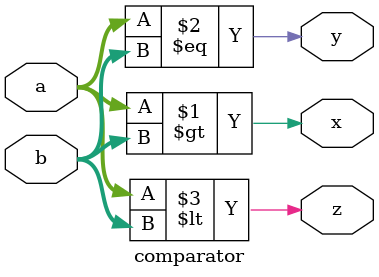
<source format=v>
module comparator (
    input wire [3:0] a,
    input wire [3:0] b,
    output wire x, y, z
);
    assign x = a > b;
    assign y = a == b;
    assign z = a < b;
endmodule

</source>
